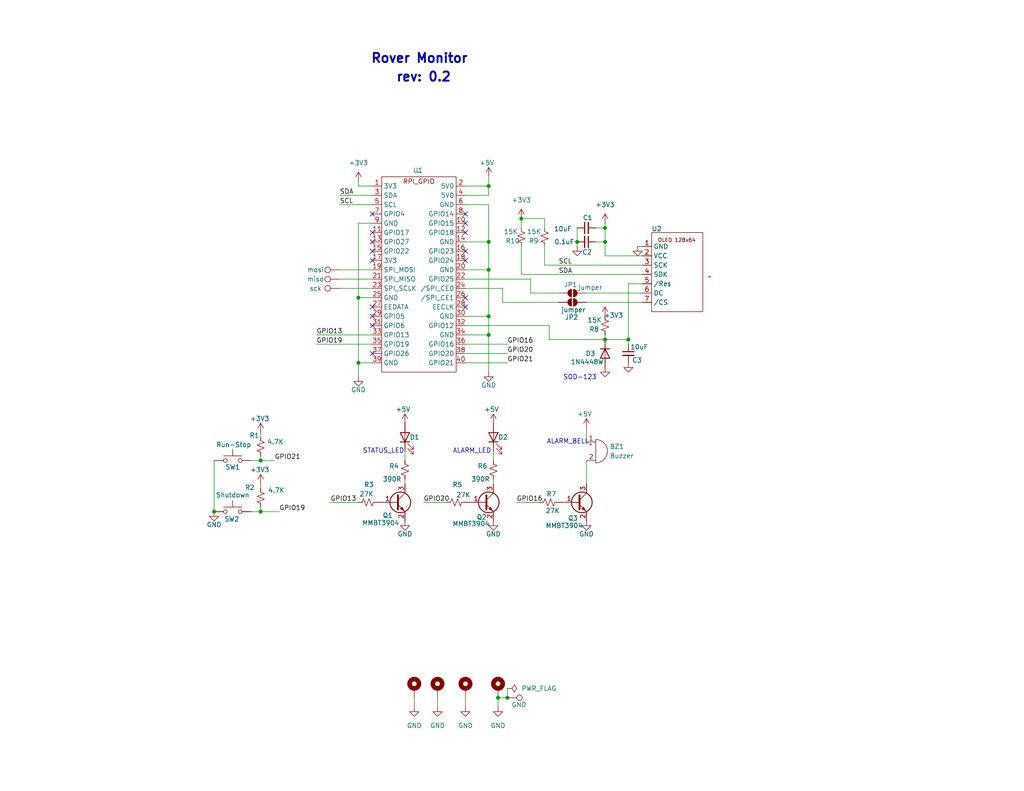
<source format=kicad_sch>
(kicad_sch (version 20231120) (generator "eeschema") (generator_version "8.0")
  (paper "USLetter")
  (title_block (title "Rover Monitor") (date "2025-11-17") (rev "V0.2"))
  (lib_symbols
    (symbol "Connector:TestPoint" (pin_numbers hide) (pin_names (offset 0.762) hide)
      (property "Reference" "TP" (at 0 6.858 0))
      (property "Value" "TestPoint" (at 0 5.08 0))
      (symbol "TestPoint_0_1"
        (circle (center 0 3.302) (radius 0.762))
      )
      (symbol "TestPoint_1_1"
        (pin passive line (at 0 0 90) (length 2.54) (name "1") (number "1"))
      )
    )
    (symbol "Device:Buzzer" (pin_names (offset 0.0254) hide)
      (property "Reference" "BZ" (at 3.81 1.27 0))
      (property "Value" "Buzzer" (at 3.81 -1.27 0))
      (symbol "Buzzer_0_1"
        (arc (start 0 -3.175) (mid 3.1612 0) (end 0 3.175))
        (polyline (pts (xy -1.651 1.905) (xy -1.143 1.905)))
        (polyline (pts (xy -1.397 2.159) (xy -1.397 1.651)))
        (polyline (pts (xy 0 3.175) (xy 0 -3.175)))
      )
      (symbol "Buzzer_1_1"
        (pin passive line (at -2.54 2.54 0) (length 2.54) (name "+") (number "1"))
        (pin passive line (at -2.54 -2.54 0) (length 2.54) (name "-") (number "2"))
      )
    )
    (symbol "Device:C_Small" (pin_numbers hide) (pin_names (offset 0.254) hide)
      (property "Reference" "C" (at 0.254 1.778 0))
      (property "Value" "C_Small" (at 0.254 -2.032 0))
      (symbol "C_Small_0_1"
        (polyline (pts (xy -1.524 -0.508) (xy 1.524 -0.508)) (stroke (width 0.3302)))
        (polyline (pts (xy -1.524 0.508) (xy 1.524 0.508)) (stroke (width 0.3048)))
      )
      (symbol "C_Small_1_1"
        (pin passive line (at 0 2.54 270) (length 2.032) (name "~") (number "1"))
        (pin passive line (at 0 -2.54 90) (length 2.032) (name "~") (number "2"))
      )
    )
    (symbol "Device:LED" (pin_numbers hide) (pin_names (offset 1.016) hide)
      (property "Reference" "D" (at 0 2.54 0))
      (property "Value" "LED" (at 0 -2.54 0))
      (symbol "LED_0_1"
        (polyline (pts (xy -1.27 -1.27) (xy -1.27 1.27)) (stroke (width 0.254)))
        (polyline (pts (xy -1.27 0) (xy 1.27 0)))
        (polyline (pts (xy 1.27 -1.27) (xy 1.27 1.27) (xy -1.27 0) (xy 1.27 -1.27)) (stroke (width 0.254)))
        (polyline (pts (xy -3.048 -0.762) (xy -4.572 -2.286) (xy -3.81 -2.286) (xy -4.572 -2.286) (xy -4.572 -1.524)))
        (polyline (pts (xy -1.778 -0.762) (xy -3.302 -2.286) (xy -2.54 -2.286) (xy -3.302 -2.286) (xy -3.302 -1.524)))
      )
      (symbol "LED_1_1"
        (pin passive line (at -3.81 0 0) (length 2.54) (name "K") (number "1"))
        (pin passive line (at 3.81 0 180) (length 2.54) (name "A") (number "2"))
      )
    )
    (symbol "Device:R_Small_US" (pin_numbers hide) (pin_names (offset 0.254) hide)
      (property "Reference" "R" (at 0.762 0.508 0))
      (property "Value" "R_Small_US" (at 0.762 -1.016 0))
      (symbol "R_Small_US_1_1"
        (polyline (pts (xy 0 0) (xy 1.016 -0.381) (xy 0 -0.762) (xy -1.016 -1.143) (xy 0 -1.524)))
        (polyline (pts (xy 0 1.524) (xy 1.016 1.143) (xy 0 0.762) (xy -1.016 0.381) (xy 0 0)))
        (pin passive line (at 0 2.54 270) (length 1.016) (name "~") (number "1"))
        (pin passive line (at 0 -2.54 90) (length 1.016) (name "~") (number "2"))
      )
    )
    (symbol "Diode:1N4448" (pin_numbers hide) (pin_names hide)
      (property "Reference" "D" (at 0 2.54 0))
      (property "Value" "1N4448" (at 0 -2.54 0))
      (symbol "1N4448_0_1"
        (polyline (pts (xy -1.27 1.27) (xy -1.27 -1.27)) (stroke (width 0.254)))
        (polyline (pts (xy 1.27 0) (xy -1.27 0)))
        (polyline (pts (xy 1.27 1.27) (xy 1.27 -1.27) (xy -1.27 0) (xy 1.27 1.27)) (stroke (width 0.254)))
      )
      (symbol "1N4448_1_1"
        (pin passive line (at -3.81 0 0) (length 2.54) (name "K") (number "1"))
        (pin passive line (at 3.81 0 180) (length 2.54) (name "A") (number "2"))
      )
    )
    (symbol "GND_1" (power) (pin_numbers hide) (pin_names (offset 0) hide)
      (property "Value" "GND" (at 0 -3.81 0))
      (symbol "GND_1_0_1"
        (polyline (pts (xy 0 0) (xy 0 -1.27) (xy 1.27 -1.27) (xy 0 -2.54) (xy -1.27 -1.27) (xy 0 -1.27)))
      )
      (symbol "GND_1_1_1"
        (pin power_in line (at 0 0 270) (length 0) (name "~") (number "1"))
      )
    )
    (symbol "Jumper:SolderJumper_2_Open" (pin_numbers hide) (pin_names (offset 0) hide) (exclude_from_sim yes) (in_bom no)
      (property "Reference" "JP" (at 0 2.032 0))
      (property "Value" "SolderJumper_2_Open" (at 0 -2.54 0))
      (symbol "SolderJumper_2_Open_0_1"
        (arc (start -0.254 1.016) (mid -1.2656 0) (end -0.254 -1.016))
        (arc (start -0.254 1.016) (mid -1.2656 0) (end -0.254 -1.016) (fill (type outline)))
        (polyline (pts (xy -0.254 1.016) (xy -0.254 -1.016)))
        (polyline (pts (xy 0.254 1.016) (xy 0.254 -1.016)))
        (arc (start 0.254 -1.016) (mid 1.2656 0) (end 0.254 1.016))
        (arc (start 0.254 -1.016) (mid 1.2656 0) (end 0.254 1.016) (fill (type outline)))
      )
      (symbol "SolderJumper_2_Open_1_1"
        (pin passive line (at -3.81 0 0) (length 2.54) (name "A") (number "1"))
        (pin passive line (at 3.81 0 180) (length 2.54) (name "B") (number "2"))
      )
    )
    (symbol "Mechanical:MountingHole_Pad" (pin_numbers hide) (pin_names (offset 1.016) hide)
      (property "Reference" "H" (at 0 6.35 0))
      (property "Value" "MountingHole_Pad" (at 0 4.445 0))
      (symbol "MountingHole_Pad_0_1"
        (circle (center 0 1.27) (radius 1.27) (stroke (width 1.27)))
      )
      (symbol "MountingHole_Pad_1_1"
        (pin input line (at 0 -2.54 90) (length 2.54) (name "1") (number "1"))
      )
    )
    (symbol "PWR_FLAG_1" (power) (pin_numbers hide) (pin_names (offset 0) hide)
      (property "Value" "PWR_FLAG" (at 0 3.81 0))
      (symbol "PWR_FLAG_1_0_0"
        (pin power_out line (at 0 0 90) (length 0) (name "~") (number "1"))
      )
      (symbol "PWR_FLAG_1_0_1"
        (polyline (pts (xy 0 0) (xy 0 1.27) (xy -1.016 1.905) (xy 0 2.54) (xy 1.016 1.905) (xy 0 1.27)))
      )
    )
    (symbol "Switch:SW_Push" (pin_numbers hide) (pin_names (offset 1.016) hide)
      (property "Reference" "SW" (at 1.27 2.54 0))
      (property "Value" "SW_Push" (at 0 -1.524 0))
      (symbol "SW_Push_0_1"
        (circle (center -2.032 0) (radius 0.508))
        (polyline (pts (xy 0 1.27) (xy 0 3.048)))
        (polyline (pts (xy 2.54 1.27) (xy -2.54 1.27)))
        (circle (center 2.032 0) (radius 0.508))
        (pin passive line (at -5.08 0 0) (length 2.54) (name "1") (number "1"))
        (pin passive line (at 5.08 0 180) (length 2.54) (name "2") (number "2"))
      )
    )
    (symbol "Transistor_BJT:MMBT3904" (pin_names (offset 0) hide)
      (property "Reference" "Q" (at 5.08 1.905 0))
      (property "Value" "MMBT3904" (at 5.08 0 0))
      (symbol "MMBT3904_0_1"
        (polyline (pts (xy 0.635 0.635) (xy 2.54 2.54)))
        (polyline (pts (xy 0.635 -0.635) (xy 2.54 -2.54) (xy 2.54 -2.54)))
        (polyline (pts (xy 0.635 1.905) (xy 0.635 -1.905) (xy 0.635 -1.905)) (stroke (width 0.508)))
        (polyline (pts (xy 1.27 -1.778) (xy 1.778 -1.27) (xy 2.286 -2.286) (xy 1.27 -1.778) (xy 1.27 -1.778)) (fill (type outline)))
        (circle (center 1.27 0) (radius 2.8194) (stroke (width 0.254)))
      )
      (symbol "MMBT3904_1_1"
        (pin input line (at -5.08 0 0) (length 5.715) (name "B") (number "1"))
        (pin passive line (at 2.54 -5.08 90) (length 2.54) (name "E") (number "2"))
        (pin passive line (at 2.54 5.08 270) (length 2.54) (name "C") (number "3"))
      )
    )
    (symbol "jerrys_Library:oled_128x64"
      (property "Reference" "U" (at 1.016 2.286 0))
      (symbol "oled_128x64_1_1"
        (rectangle (start 0 1.27) (end 13.97 -20.32))
        (text "OLED 128x64" (at 6.858 -0.762 0) (effects (font (size 1.016 1.016))))
        (pin input line (at -2.54 -2.54 0) (length 2.54) (name "GND") (number "1"))
        (pin input line (at -2.54 -5.08 0) (length 2.54) (name "VCC") (number "2"))
        (pin input line (at -2.54 -7.62 0) (length 2.54) (name "SCK") (number "3"))
        (pin input line (at -2.54 -10.16 0) (length 2.54) (name "SDK") (number "4"))
        (pin input line (at -2.54 -12.7 0) (length 2.54) (name "/Res") (number "5"))
        (pin input line (at -2.54 -15.24 0) (length 2.54) (name "DC") (number "6"))
        (pin input line (at -2.54 -17.78 0) (length 2.54) (name "/CS") (number "7"))
      )
    )
    (symbol "jerrys_Library:rpi_gpio2"
      (property "Reference" "U" (at -7.874 27.686 0))
      (symbol "rpi_gpio2_1_1"
        (text "RPI_GPIO" (at 0 25.4 0) (effects (font (size 1.27 1.27))))
        (text_box "" (at -10.16 26.67 0) (size 20.32 -53.34) (fill (type color)) (effects (font (size 1.27 1.27)) (justify left top)))
        (pin output line (at -12.7 24.13 0) (length 2.54) (name "3V3") (number "1"))
        (pin input line (at 12.7 13.97 180) (length 2.54) (name "GPIO15") (number "10"))
        (pin input line (at -12.7 11.43 0) (length 2.54) (name "GPIO17") (number "11"))
        (pin input line (at 12.7 11.43 180) (length 2.54) (name "GPIO18") (number "12"))
        (pin input line (at -12.7 8.89 0) (length 2.54) (name "GPIO27") (number "13"))
        (pin input line (at 12.7 8.89 180) (length 2.54) (name "GND") (number "14"))
        (pin input line (at -12.7 6.35 0) (length 2.54) (name "GPIO22") (number "15"))
        (pin input line (at 12.7 6.35 180) (length 2.54) (name "GPIO23") (number "16"))
        (pin input line (at -12.7 3.81 0) (length 2.54) (name "3V3") (number "17"))
        (pin input line (at 12.7 3.81 180) (length 2.54) (name "GPIO24") (number "18"))
        (pin input line (at -12.7 1.27 0) (length 2.54) (name "SPI_MOSI") (number "19"))
        (pin input line (at 12.7 24.13 180) (length 2.54) (name "5V0") (number "2"))
        (pin input line (at 12.7 1.27 180) (length 2.54) (name "GND") (number "20"))
        (pin input line (at -12.7 -1.27 0) (length 2.54) (name "SPI_MISO") (number "21"))
        (pin input line (at 12.7 -1.27 180) (length 2.54) (name "GPIO25") (number "22"))
        (pin input line (at -12.7 -3.81 0) (length 2.54) (name "SPI_SCLK") (number "23"))
        (pin input line (at 12.7 -3.81 180) (length 2.54) (name "/SPI_CE0") (number "24"))
        (pin input line (at -12.7 -6.35 0) (length 2.54) (name "GND") (number "25"))
        (pin input line (at 12.7 -6.35 180) (length 2.54) (name "/SPI_CE1") (number "26"))
        (pin input line (at -12.7 -8.89 0) (length 2.54) (name "EEDATA") (number "27"))
        (pin input line (at 12.7 -8.89 180) (length 2.54) (name "EECLK") (number "28"))
        (pin input line (at -12.7 -11.43 0) (length 2.54) (name "GPIO5") (number "29"))
        (pin input line (at -12.7 21.59 0) (length 2.54) (name "SDA") (number "3"))
        (pin input line (at 12.7 -11.43 180) (length 2.54) (name "GND") (number "30"))
        (pin input line (at -12.7 -13.97 0) (length 2.54) (name "GPIO6") (number "31"))
        (pin input line (at 12.7 -13.97 180) (length 2.54) (name "GPIO12") (number "32"))
        (pin input line (at -12.7 -16.51 0) (length 2.54) (name "GPIO13") (number "33"))
        (pin input line (at 12.7 -16.51 180) (length 2.54) (name "GND") (number "34"))
        (pin input line (at -12.7 -19.05 0) (length 2.54) (name "GPIO19") (number "35"))
        (pin input line (at 12.7 -19.05 180) (length 2.54) (name "GPIO16") (number "36"))
        (pin input line (at -12.7 -21.59 0) (length 2.54) (name "GPIO26") (number "37"))
        (pin input line (at 12.7 -21.59 180) (length 2.54) (name "GPIO20") (number "38"))
        (pin input line (at -12.7 -24.13 0) (length 2.54) (name "GND") (number "39"))
        (pin input line (at 12.7 21.59 180) (length 2.54) (name "5V0") (number "4"))
        (pin input line (at 12.7 -24.13 180) (length 2.54) (name "GPIO21") (number "40"))
        (pin input line (at -12.7 19.05 0) (length 2.54) (name "SCL") (number "5"))
        (pin input line (at 12.7 19.05 180) (length 2.54) (name "GND") (number "6"))
        (pin input line (at -12.7 16.51 0) (length 2.54) (name "GPIO4") (number "7"))
        (pin input line (at 12.7 16.51 180) (length 2.54) (name "GPIO14") (number "8"))
        (pin input line (at -12.7 13.97 0) (length 2.54) (name "GND") (number "9"))
      )
    )
    (symbol "power:+3V3" (power) (pin_numbers hide) (pin_names (offset 0) hide)
      (property "Value" "+3V3" (at 0 3.556 0))
      (symbol "+3V3_0_1"
        (polyline (pts (xy -0.762 1.27) (xy 0 2.54)))
        (polyline (pts (xy 0 0) (xy 0 2.54)))
        (polyline (pts (xy 0 2.54) (xy 0.762 1.27)))
      )
      (symbol "+3V3_1_1"
        (pin power_in line (at 0 0 90) (length 0) (name "~") (number "1"))
      )
    )
    (symbol "power:+5V" (power) (pin_numbers hide) (pin_names (offset 0) hide)
      (property "Value" "+5V" (at 0 3.556 0))
      (symbol "+5V_0_1"
        (polyline (pts (xy -0.762 1.27) (xy 0 2.54)))
        (polyline (pts (xy 0 0) (xy 0 2.54)))
        (polyline (pts (xy 0 2.54) (xy 0.762 1.27)))
      )
      (symbol "+5V_1_1"
        (pin power_in line (at 0 0 90) (length 0) (name "~") (number "1"))
      )
    )
  )
  (junction (at 71.12 125.73))
  (junction (at 142.24 59.69))
  (junction (at 165.1 66.04))
  (junction (at 133.35 50.8))
  (junction (at 133.35 66.04))
  (junction (at 138.43 190.5))
  (junction (at 165.1 62.23))
  (junction (at 157.48 66.04))
  (junction (at 135.89 190.5))
  (junction (at 71.12 139.7))
  (junction (at 133.35 73.66))
  (junction (at 58.42 139.7))
  (junction (at 97.79 81.28))
  (junction (at 97.79 99.06))
  (junction (at 171.45 92.71))
  (junction (at 133.35 86.36))
  (junction (at 165.1 92.71))
  (junction (at 133.35 91.44))
  (no_connect (at 127 60.96))
  (no_connect (at 127 83.82))
  (no_connect (at 101.6 71.12))
  (no_connect (at 127 81.28))
  (no_connect (at 101.6 86.36))
  (no_connect (at 101.6 96.52))
  (no_connect (at 127 71.12))
  (no_connect (at 101.6 83.82))
  (no_connect (at 101.6 58.42))
  (no_connect (at 101.6 88.9))
  (no_connect (at 101.6 63.5))
  (no_connect (at 127 63.5))
  (no_connect (at 101.6 66.04))
  (no_connect (at 101.6 68.58))
  (no_connect (at 127 68.58))
  (no_connect (at 127 58.42))
  (wire (pts (xy 133.35 86.36) (xy 133.35 91.44)))
  (wire (pts (xy 137.16 82.55) (xy 152.4 82.55)))
  (wire (pts (xy 144.78 76.2) (xy 144.78 80.01)))
  (wire (pts (xy 71.12 119.38) (xy 71.12 118.11)))
  (wire (pts (xy 160.02 82.55) (xy 175.26 82.55)))
  (wire (pts (xy 148.59 62.23) (xy 148.59 59.69)))
  (wire (pts (xy 119.38 190.5) (xy 119.38 193.04)))
  (wire (pts (xy 113.03 190.5) (xy 113.03 193.04)))
  (wire (pts (xy 138.43 187.96) (xy 138.43 190.5)))
  (wire (pts (xy 127 91.44) (xy 133.35 91.44)))
  (wire (pts (xy 127 86.36) (xy 133.35 86.36)))
  (wire (pts (xy 68.58 139.7) (xy 71.12 139.7)))
  (wire (pts (xy 101.6 60.96) (xy 97.79 60.96)))
  (wire (pts (xy 115.57 137.16) (xy 121.92 137.16)))
  (wire (pts (xy 92.71 53.34) (xy 101.6 53.34)))
  (wire (pts (xy 127 53.34) (xy 133.35 53.34)))
  (wire (pts (xy 127 96.52) (xy 138.43 96.52)))
  (wire (pts (xy 134.62 130.81) (xy 134.62 132.08)))
  (wire (pts (xy 142.24 74.93) (xy 175.26 74.93)))
  (wire (pts (xy 110.49 123.19) (xy 110.49 125.73)))
  (wire (pts (xy 175.26 67.31) (xy 173.99 67.31)))
  (wire (pts (xy 160.02 80.01) (xy 175.26 80.01)))
  (wire (pts (xy 127 99.06) (xy 138.43 99.06)))
  (wire (pts (xy 140.97 137.16) (xy 147.32 137.16)))
  (wire (pts (xy 157.48 66.04) (xy 157.48 67.31)))
  (wire (pts (xy 165.1 60.96) (xy 165.1 62.23)))
  (wire (pts (xy 133.35 73.66) (xy 133.35 86.36)))
  (wire (pts (xy 135.89 190.5) (xy 135.89 193.04)))
  (wire (pts (xy 127 76.2) (xy 144.78 76.2)))
  (wire (pts (xy 92.71 55.88) (xy 101.6 55.88)))
  (wire (pts (xy 157.48 62.23) (xy 157.48 66.04)))
  (wire (pts (xy 133.35 55.88) (xy 133.35 66.04)))
  (wire (pts (xy 134.62 123.19) (xy 134.62 125.73)))
  (wire (pts (xy 149.86 92.71) (xy 165.1 92.71)))
  (wire (pts (xy 162.56 66.04) (xy 165.1 66.04)))
  (wire (pts (xy 97.79 81.28) (xy 97.79 99.06)))
  (wire (pts (xy 142.24 74.93) (xy 142.24 67.31)))
  (wire (pts (xy 110.49 130.81) (xy 110.49 132.08)))
  (wire (pts (xy 68.58 125.73) (xy 71.12 125.73)))
  (wire (pts (xy 127 78.74) (xy 137.16 78.74)))
  (wire (pts (xy 127 73.66) (xy 133.35 73.66)))
  (wire (pts (xy 162.56 62.23) (xy 165.1 62.23)))
  (wire (pts (xy 148.59 72.39) (xy 175.26 72.39)))
  (wire (pts (xy 149.86 88.9) (xy 149.86 92.71)))
  (wire (pts (xy 175.26 69.85) (xy 165.1 69.85)))
  (wire (pts (xy 92.71 73.66) (xy 101.6 73.66)))
  (wire (pts (xy 165.1 92.71) (xy 171.45 92.71)))
  (wire (pts (xy 142.24 59.69) (xy 142.24 62.23)))
  (wire (pts (xy 127 88.9) (xy 149.86 88.9)))
  (wire (pts (xy 171.45 92.71) (xy 171.45 93.98)))
  (wire (pts (xy 97.79 50.8) (xy 97.79 49.53)))
  (wire (pts (xy 90.17 137.16) (xy 97.79 137.16)))
  (wire (pts (xy 165.1 62.23) (xy 165.1 66.04)))
  (wire (pts (xy 127 55.88) (xy 133.35 55.88)))
  (wire (pts (xy 71.12 133.35) (xy 71.12 132.08)))
  (wire (pts (xy 92.71 76.2) (xy 101.6 76.2)))
  (wire (pts (xy 165.1 92.71) (xy 165.1 91.44)))
  (wire (pts (xy 97.79 60.96) (xy 97.79 81.28)))
  (wire (pts (xy 58.42 125.73) (xy 58.42 139.7)))
  (wire (pts (xy 133.35 91.44) (xy 133.35 101.6)))
  (wire (pts (xy 171.45 77.47) (xy 175.26 77.47)))
  (wire (pts (xy 171.45 77.47) (xy 171.45 92.71)))
  (wire (pts (xy 86.36 93.98) (xy 101.6 93.98)))
  (wire (pts (xy 71.12 125.73) (xy 71.12 124.46)))
  (wire (pts (xy 92.71 78.74) (xy 101.6 78.74)))
  (wire (pts (xy 137.16 78.74) (xy 137.16 82.55)))
  (wire (pts (xy 71.12 125.73) (xy 74.93 125.73)))
  (wire (pts (xy 97.79 81.28) (xy 101.6 81.28)))
  (wire (pts (xy 97.79 99.06) (xy 97.79 102.87)))
  (wire (pts (xy 160.02 125.73) (xy 160.02 132.08)))
  (wire (pts (xy 133.35 66.04) (xy 133.35 73.66)))
  (wire (pts (xy 160.02 116.84) (xy 160.02 120.65)))
  (wire (pts (xy 101.6 50.8) (xy 97.79 50.8)))
  (wire (pts (xy 144.78 80.01) (xy 152.4 80.01)))
  (wire (pts (xy 127 190.5) (xy 127 193.04)))
  (wire (pts (xy 97.79 99.06) (xy 101.6 99.06)))
  (wire (pts (xy 127 93.98) (xy 138.43 93.98)))
  (wire (pts (xy 148.59 72.39) (xy 148.59 67.31)))
  (wire (pts (xy 86.36 91.44) (xy 101.6 91.44)))
  (wire (pts (xy 127 50.8) (xy 133.35 50.8)))
  (wire (pts (xy 148.59 59.69) (xy 142.24 59.69)))
  (wire (pts (xy 71.12 139.7) (xy 71.12 138.43)))
  (wire (pts (xy 133.35 53.34) (xy 133.35 50.8)))
  (wire (pts (xy 165.1 66.04) (xy 165.1 69.85)))
  (wire (pts (xy 71.12 139.7) (xy 76.2 139.7)))
  (wire (pts (xy 127 66.04) (xy 133.35 66.04)))
  (wire (pts (xy 133.35 50.8) (xy 133.35 48.26)))
  (wire (pts (xy 135.89 190.5) (xy 138.43 190.5)))
  (text "STATUS_LED" (at 104.648 123.19 0) (effects (font (size 1.27 1.27))))
  (text "ALARM_BELL" (at 154.94 120.65 0) (effects (font (size 1.27 1.27))))
  (text "rev: 0.2" (at 107.95 22.606 0) (effects (font (size 2.5 2.5) (thickness 0.5) (bold yes)) (justify left bottom)))
  (text "SOD-123" (at 158.242 103.124 0) (effects (font (size 1.27 1.27))))
  (text "Rover Monitor" (at 101.092 17.526 0) (effects (font (size 2.5 2.5) (thickness 0.5) (bold yes)) (justify left bottom)))
  (text "ALARM_LED" (at 128.778 123.19 0) (effects (font (size 1.27 1.27))))
  (label "GPIO20" (at 115.57 137.16 0))
  (label "GPIO21" (at 74.93 125.73 0))
  (label "SCL" (at 152.4 72.39 0))
  (label "GPIO13" (at 90.17 137.16 0))
  (label "GPIO13" (at 86.36 91.44 0))
  (label "SCL" (at 92.71 55.88 0))
  (label "GPIO16" (at 140.97 137.16 0))
  (label "SDA" (at 92.71 53.34 0))
  (label "GPIO19" (at 76.2 139.7 0))
  (label "SDA" (at 152.4 74.93 0))
  (label "GPIO16" (at 138.43 93.98 0))
  (label "GPIO21" (at 138.43 99.06 0))
  (label "GPIO19" (at 86.36 93.98 0))
  (label "GPIO20" (at 138.43 96.52 0))
  (symbol (lib_id "Transistor_BJT:MMBT3904") (at 157.48 137.16 0) (unit 1)
    (property "Reference" "Q3" (at 154.94 141.478 0) (effects (justify left)))
    (property "Value" "MMBT3904" (at 148.844 143.51 0) (effects (justify left)))
    (property "Footprint" "Package_TO_SOT_SMD:SOT-23" (effects (hide yes)))
    (property "Datasheet" "https://www.onsemi.com/pdf/datasheet/pzt3904-d.pdf" (effects (hide yes)))
    (property "Description" "0.2A Ic, 40V Vce, Small Signal NPN Transistor, SOT-23" (effects (hide yes)))
  )
  (symbol (lib_name "GND_1") (lib_id "power:GND") (at 119.38 193.04 0) (unit 1)
    (property "Reference" "#PWR22" (effects (hide yes)))
    (property "Value" "GND" (at 119.38 198.12 0))
    (property "Description" "Power symbol creates a global label with name \"GND\" , ground" (effects (hide yes)))
  )
  (symbol (lib_id "Device:C_Small") (at 160.02 62.23 90) (mirror x) (unit 1)
    (property "Reference" "C1" (at 159.004 59.436 90) (effects (justify right)))
    (property "Value" "10uF" (at 151.13 62.484 90) (effects (justify right)))
    (property "Footprint" "Capacitor_SMD:C_0805_2012Metric_Pad1.18x1.45mm_HandSolder" (effects (hide yes)))
    (property "Description" "CAP CER, 0.1uF, 25V, X7R, 0805" (effects (hide yes)))
    (property "Vendor" "Digikey" (effects (hide yes)))
    (property "Vendor Part#" "1276-1099-1-ND " (effects (hide yes)))
  )
  (symbol (lib_name "GND_1") (lib_id "power:GND") (at 157.48 67.31 0) (mirror y) (unit 1)
    (property "Reference" "#PWR14" (effects (hide yes)))
    (property "Value" "GND" (effects (hide yes)))
    (property "Description" "Power symbol creates a global label with name \"GND\" , ground" (effects (hide yes)))
  )
  (symbol (lib_name "GND_1") (lib_id "power:GND") (at 135.89 193.04 0) (unit 1)
    (property "Reference" "#PWR13" (effects (hide yes)))
    (property "Value" "GND" (at 135.89 198.12 0))
    (property "Description" "Power symbol creates a global label with name \"GND\" , ground" (effects (hide yes)))
  )
  (symbol (lib_id "Device:R_Small_US") (at 71.12 135.89 0) (unit 1)
    (property "Reference" "R2" (at 66.802 133.096 0) (effects (justify left)))
    (property "Value" "4.7K" (at 73.152 133.858 0) (effects (justify left)))
    (property "Footprint" "Resistor_SMD:R_0805_2012Metric_Pad1.20x1.40mm_HandSolder" (effects (hide yes)))
    (property "Description" "RES 100 OHM 1% 1/8W 0805" (effects (hide yes)))
    (property "Vendor" "Digikey" (effects (hide yes)))
    (property "Vendor Part#" "RMCF0805FT100RCT-ND " (effects (hide yes)))
  )
  (symbol (lib_id "Connector:TestPoint") (at 92.71 76.2 90) (unit 1) (in_bom no)
    (property "Reference" "Input2" (effects (hide yes)))
    (property "Value" "miso" (at 86.106 76.2 90))
    (property "Footprint" "TestPoint:TestPoint_THTPad_D2.0mm_Drill1.0mm" (effects (hide yes)))
  )
  (symbol (lib_id "Device:LED") (at 110.49 119.38 90) (unit 1)
    (property "Reference" "D1" (at 111.76 119.38 90) (effects (justify right)))
    (property "Value" "Run-Stop" (effects (hide yes)))
    (property "Footprint" "LED_SMD:LED_1206_3216Metric_Pad1.42x1.75mm_HandSolder" (effects (hide yes)))
    (property "Datasheet" "https://sunledusa.com/products/spec/XZM2CRK55W-3.pdf" (effects (hide yes)))
    (property "Description" "LED RED CLEAR SMD  1206" (effects (hide yes)))
    (property "Vendor" "Digikey" (effects (hide yes)))
    (property "Vendor Part#" "732-11422-1-ND " (effects (hide yes)))
  )
  (symbol (lib_id "Mechanical:MountingHole_Pad") (at 113.03 187.96 0) (unit 1) (in_bom no)
    (property "Reference" "H4" (effects (hide yes)))
    (property "Value" "MountingHole_Pad" (effects (hide yes)))
    (property "Footprint" "MountingHole:MountingHole_3.2mm_M3_ISO7380_Pad_TopBottom" (effects (hide yes)))
  )
  (symbol (lib_id "Connector:TestPoint") (at 92.71 73.66 90) (unit 1) (in_bom no)
    (property "Reference" "Input1" (effects (hide yes)))
    (property "Value" "mosi" (at 86.106 73.66 90))
    (property "Footprint" "TestPoint:TestPoint_THTPad_D2.0mm_Drill1.0mm" (effects (hide yes)))
  )
  (symbol (lib_id "Mechanical:MountingHole_Pad") (at 119.38 187.96 0) (unit 1) (in_bom no)
    (property "Reference" "H3" (effects (hide yes)))
    (property "Value" "MountingHole_Pad" (effects (hide yes)))
    (property "Footprint" "MountingHole:MountingHole_3.2mm_M3_ISO7380_Pad_TopBottom" (effects (hide yes)))
  )
  (symbol (lib_id "Device:R_Small_US") (at 149.86 137.16 270) (unit 1)
    (property "Reference" "R7" (at 149.098 134.874 90) (effects (justify left)))
    (property "Value" "27K" (at 148.844 139.446 90) (effects (justify left)))
    (property "Footprint" "Resistor_SMD:R_0805_2012Metric_Pad1.20x1.40mm_HandSolder" (effects (hide yes)))
    (property "Description" "RES 100 OHM 1% 1/8W 0805" (effects (hide yes)))
    (property "Vendor" "Digikey" (effects (hide yes)))
    (property "Vendor Part#" "RMCF0805FT100RCT-ND " (effects (hide yes)))
  )
  (symbol (lib_name "GND_1") (lib_id "power:GND") (at 133.35 101.6 0) (unit 1)
    (property "Reference" "#PWR10" (effects (hide yes)))
    (property "Value" "GND" (at 133.35 105.156 0))
    (property "Description" "Power symbol creates a global label with name \"GND\" , ground" (effects (hide yes)))
  )
  (symbol (lib_name "GND_1") (lib_id "power:GND") (at 165.1 100.33 0) (mirror y) (unit 1)
    (property "Reference" "#PWR20" (effects (hide yes)))
    (property "Value" "GND" (effects (hide yes)))
    (property "Description" "Power symbol creates a global label with name \"GND\" , ground" (effects (hide yes)))
  )
  (symbol (lib_id "power:+3V3") (at 165.1 60.96 0) (mirror y) (unit 1)
    (property "Reference" "#PWR17" (effects (hide yes)))
    (property "Value" "+3V3" (at 165.1 55.88 0))
    (property "Description" "Power symbol creates a global label with name \"+3V3\"" (effects (hide yes)))
  )
  (symbol (lib_id "power:+3V3") (at 71.12 118.11 0) (unit 1)
    (property "Reference" "#PWR2" (effects (hide yes)))
    (property "Value" "+3V3" (at 70.866 114.3 0))
    (property "Description" "Power symbol creates a global label with name \"+3V3\"" (effects (hide yes)))
  )
  (symbol (lib_id "power:+5V") (at 160.02 116.84 0) (unit 1)
    (property "Reference" "#PWR15" (effects (hide yes)))
    (property "Value" "+5V" (at 159.512 113.03 0))
    (property "Description" "Power symbol creates a global label with name \"+5V\"" (effects (hide yes)))
  )
  (symbol (lib_id "Device:R_Small_US") (at 100.33 137.16 270) (unit 1)
    (property "Reference" "R3" (at 99.314 132.334 90) (effects (justify left)))
    (property "Value" "27K" (at 98.044 134.874 90) (effects (justify left)))
    (property "Footprint" "Resistor_SMD:R_0805_2012Metric_Pad1.20x1.40mm_HandSolder" (effects (hide yes)))
    (property "Description" "RES 100 OHM 1% 1/8W 0805" (effects (hide yes)))
    (property "Vendor" "Digikey" (effects (hide yes)))
    (property "Vendor Part#" "RMCF0805FT100RCT-ND " (effects (hide yes)))
  )
  (symbol (lib_name "GND_1") (lib_id "power:GND") (at 113.03 193.04 0) (unit 1)
    (property "Reference" "#PWR23" (effects (hide yes)))
    (property "Value" "GND" (at 113.03 198.12 0))
    (property "Description" "Power symbol creates a global label with name \"GND\" , ground" (effects (hide yes)))
  )
  (symbol (lib_id "Mechanical:MountingHole_Pad") (at 135.89 187.96 0) (unit 1) (in_bom no)
    (property "Reference" "H2" (effects (hide yes)))
    (property "Value" "MountingHole_Pad" (effects (hide yes)))
    (property "Footprint" "MountingHole:MountingHole_3.2mm_M3_ISO7380_Pad_TopBottom" (effects (hide yes)))
  )
  (symbol (lib_id "jerrys_Library:rpi_gpio2") (at 114.3 74.93 0) (unit 1)
    (property "Reference" "U1" (at 114.046 46.482 0))
    (property "Value" "~" (at 114.3 46.99 0))
    (property "Footprint" "Connector_PinHeader_2.54mm:PinHeader_2x20_P2.54mm_Vertical" (effects (hide yes)))
  )
  (symbol (lib_name "GND_1") (lib_id "power:GND") (at 110.49 142.24 0) (unit 1)
    (property "Reference" "#PWR7" (effects (hide yes)))
    (property "Value" "GND" (at 110.49 145.796 0))
    (property "Description" "Power symbol creates a global label with name \"GND\" , ground" (effects (hide yes)))
  )
  (symbol (lib_id "Device:LED") (at 134.62 119.38 90) (unit 1)
    (property "Reference" "D2" (at 135.89 119.38 90) (effects (justify right)))
    (property "Value" "Alarm" (effects (hide yes)))
    (property "Footprint" "LED_SMD:LED_1206_3216Metric_Pad1.42x1.75mm_HandSolder" (effects (hide yes)))
    (property "Datasheet" "https://sunledusa.com/products/spec/XZM2CRK55W-3.pdf" (effects (hide yes)))
    (property "Description" "LED RED CLEAR SMD  1206" (effects (hide yes)))
    (property "Vendor" "Digikey" (effects (hide yes)))
    (property "Vendor Part#" "732-11422-1-ND " (effects (hide yes)))
  )
  (symbol (lib_id "Switch:SW_Push") (at 63.5 125.73 0) (unit 1)
    (property "Reference" "SW1" (at 63.5 127.508 0))
    (property "Value" "Run-Stop" (at 63.754 121.412 0))
    (property "Footprint" "Button_Switch_THT:SW_TH_Tactile_Omron_B3F-10xx" (effects (hide yes)))
    (property "Description" "Push button switch, generic, two pins" (effects (hide yes)))
  )
  (symbol (lib_id "Jumper:SolderJumper_2_Open") (at 156.21 80.01 0) (unit 1) (exclude_from_sim yes) (in_bom no)
    (property "Reference" "JP1" (at 155.702 77.724 0))
    (property "Value" "jumper" (at 161.036 78.486 0))
    (property "Description" "Solder Jumper, 2-pole, open" (effects (hide yes)))
  )
  (symbol (lib_id "Device:R_Small_US") (at 148.59 64.77 0) (unit 1)
    (property "Reference" "R9" (at 144.272 65.786 0) (effects (justify left)))
    (property "Value" "15K" (at 143.764 63.246 0) (effects (justify left)))
    (property "Footprint" "Resistor_SMD:R_0805_2012Metric_Pad1.20x1.40mm_HandSolder" (effects (hide yes)))
    (property "Description" "RES 100 OHM 1% 1/8W 0805" (effects (hide yes)))
    (property "Vendor" "Digikey" (effects (hide yes)))
    (property "Vendor Part#" "RMCF0805FT100RCT-ND " (effects (hide yes)))
  )
  (symbol (lib_id "power:+5V") (at 134.62 115.57 0) (unit 1)
    (property "Reference" "#PWR11" (effects (hide yes)))
    (property "Value" "+5V" (at 134.112 111.76 0))
    (property "Description" "Power symbol creates a global label with name \"+5V\"" (effects (hide yes)))
  )
  (symbol (lib_id "power:+5V") (at 110.49 115.57 0) (unit 1)
    (property "Reference" "#PWR6" (effects (hide yes)))
    (property "Value" "+5V" (at 109.982 111.76 0))
    (property "Description" "Power symbol creates a global label with name \"+5V\"" (effects (hide yes)))
  )
  (symbol (lib_id "Device:R_Small_US") (at 142.24 64.77 0) (unit 1)
    (property "Reference" "R10" (at 137.922 65.786 0) (effects (justify left)))
    (property "Value" "15K" (at 137.414 63.246 0) (effects (justify left)))
    (property "Footprint" "Resistor_SMD:R_0805_2012Metric_Pad1.20x1.40mm_HandSolder" (effects (hide yes)))
    (property "Description" "RES 100 OHM 1% 1/8W 0805" (effects (hide yes)))
    (property "Vendor" "Digikey" (effects (hide yes)))
    (property "Vendor Part#" "RMCF0805FT100RCT-ND " (effects (hide yes)))
  )
  (symbol (lib_id "Device:Buzzer") (at 162.56 123.19 0) (unit 1)
    (property "Reference" "BZ1" (at 166.37 121.9199 0) (effects (justify left)))
    (property "Value" "Buzzer" (at 166.37 124.4599 0) (effects (justify left)))
    (property "Footprint" "Buzzer_Beeper:Buzzer_12x9.5RM7.6" (effects (hide yes)))
    (property "Description" "Buzzer, polarized" (effects (hide yes)))
  )
  (symbol (lib_id "Device:C_Small") (at 160.02 66.04 270) (mirror x) (unit 1)
    (property "Reference" "C2" (at 161.544 68.834 90) (effects (justify right)))
    (property "Value" "0.1uF" (at 156.718 66.04 90) (effects (justify right)))
    (property "Footprint" "Capacitor_SMD:C_0805_2012Metric_Pad1.18x1.45mm_HandSolder" (effects (hide yes)))
    (property "Description" "CAP CER, 0.1uF, 25V, X7R, 0805" (effects (hide yes)))
    (property "Vendor" "Digikey" (effects (hide yes)))
    (property "Vendor Part#" "1276-1099-1-ND " (effects (hide yes)))
  )
  (symbol (lib_id "power:+3V3") (at 142.24 59.69 0) (mirror y) (unit 1)
    (property "Reference" "#PWR24" (effects (hide yes)))
    (property "Value" "+3V3" (at 142.24 54.61 0))
    (property "Description" "Power symbol creates a global label with name \"+3V3\"" (effects (hide yes)))
  )
  (symbol (lib_name "GND_1") (lib_id "power:GND") (at 127 193.04 0) (unit 1)
    (property "Reference" "#PWR8" (effects (hide yes)))
    (property "Value" "GND" (at 127 198.12 0))
    (property "Description" "Power symbol creates a global label with name \"GND\" , ground" (effects (hide yes)))
  )
  (symbol (lib_id "Connector:TestPoint") (at 92.71 78.74 90) (unit 1) (in_bom no)
    (property "Reference" "Input3" (effects (hide yes)))
    (property "Value" "sck" (at 86.106 78.74 90))
    (property "Footprint" "TestPoint:TestPoint_THTPad_D2.0mm_Drill1.0mm" (effects (hide yes)))
  )
  (symbol (lib_id "Connector:TestPoint") (at 138.43 190.5 270) (mirror x) (unit 1) (in_bom no)
    (property "Reference" "GND1" (effects (hide yes)))
    (property "Value" "GND" (at 141.605 192.405 90))
    (property "Footprint" "TestPoint:TestPoint_THTPad_D2.0mm_Drill1.0mm" (effects (hide yes)))
  )
  (symbol (lib_id "Transistor_BJT:MMBT3904") (at 107.95 137.16 0) (unit 1)
    (property "Reference" "Q1" (at 104.394 140.716 0) (effects (justify left)))
    (property "Value" "MMBT3904" (at 98.806 142.748 0) (effects (justify left)))
    (property "Footprint" "Package_TO_SOT_SMD:SOT-23" (effects (hide yes)))
    (property "Datasheet" "https://www.onsemi.com/pdf/datasheet/pzt3904-d.pdf" (effects (hide yes)))
    (property "Description" "0.2A Ic, 40V Vce, Small Signal NPN Transistor, SOT-23" (effects (hide yes)))
  )
  (symbol (lib_name "GND_1") (lib_id "power:GND") (at 160.02 142.24 0) (unit 1)
    (property "Reference" "#PWR16" (effects (hide yes)))
    (property "Value" "GND" (at 160.02 145.796 0))
    (property "Description" "Power symbol creates a global label with name \"GND\" , ground" (effects (hide yes)))
  )
  (symbol (lib_id "Device:R_Small_US") (at 134.62 128.27 0) (unit 1)
    (property "Reference" "R6" (at 130.302 127.254 0) (effects (justify left)))
    (property "Value" "390R" (at 128.524 130.81 0) (effects (justify left)))
    (property "Footprint" "Resistor_SMD:R_0805_2012Metric_Pad1.20x1.40mm_HandSolder" (effects (hide yes)))
    (property "Description" "RES 100 OHM 1% 1/8W 0805" (effects (hide yes)))
    (property "Vendor" "Digikey" (effects (hide yes)))
    (property "Vendor Part#" "RMCF0805FT100RCT-ND " (effects (hide yes)))
  )
  (symbol (lib_id "Device:R_Small_US") (at 71.12 121.92 0) (unit 1)
    (property "Reference" "R1" (at 68.072 118.872 0) (effects (justify left)))
    (property "Value" "4.7K" (at 72.898 120.65 0) (effects (justify left)))
    (property "Footprint" "Resistor_SMD:R_0805_2012Metric_Pad1.20x1.40mm_HandSolder" (effects (hide yes)))
    (property "Description" "RES 100 OHM 1% 1/8W 0805" (effects (hide yes)))
    (property "Vendor" "Digikey" (effects (hide yes)))
    (property "Vendor Part#" "RMCF0805FT100RCT-ND " (effects (hide yes)))
  )
  (symbol (lib_id "Jumper:SolderJumper_2_Open") (at 156.21 82.55 0) (unit 1) (exclude_from_sim yes) (in_bom no)
    (property "Reference" "JP2" (at 155.956 86.614 0))
    (property "Value" "jumper" (at 156.464 84.582 0))
    (property "Description" "Solder Jumper, 2-pole, open" (effects (hide yes)))
  )
  (symbol (lib_name "GND_1") (lib_id "power:GND") (at 134.62 142.24 0) (unit 1)
    (property "Reference" "#PWR12" (effects (hide yes)))
    (property "Value" "GND" (at 134.62 145.796 0))
    (property "Description" "Power symbol creates a global label with name \"GND\" , ground" (effects (hide yes)))
  )
  (symbol (lib_id "Mechanical:MountingHole_Pad") (at 127 187.96 0) (unit 1) (in_bom no)
    (property "Reference" "H1" (effects (hide yes)))
    (property "Value" "MountingHole_Pad" (effects (hide yes)))
    (property "Footprint" "MountingHole:MountingHole_3.2mm_M3_ISO7380_Pad_TopBottom" (effects (hide yes)))
  )
  (symbol (lib_id "Transistor_BJT:MMBT3904") (at 132.08 137.16 0) (unit 1)
    (property "Reference" "Q2" (at 130.048 141.224 0) (effects (justify left)))
    (property "Value" "MMBT3904" (at 123.444 143.002 0) (effects (justify left)))
    (property "Footprint" "Package_TO_SOT_SMD:SOT-23" (effects (hide yes)))
    (property "Datasheet" "https://www.onsemi.com/pdf/datasheet/pzt3904-d.pdf" (effects (hide yes)))
    (property "Description" "0.2A Ic, 40V Vce, Small Signal NPN Transistor, SOT-23" (effects (hide yes)))
  )
  (symbol (lib_name "GND_1") (lib_id "power:GND") (at 97.79 102.87 0) (unit 1)
    (property "Reference" "#PWR5" (effects (hide yes)))
    (property "Value" "GND" (at 97.79 106.426 0))
    (property "Description" "Power symbol creates a global label with name \"GND\" , ground" (effects (hide yes)))
  )
  (symbol (lib_name "GND_1") (lib_id "power:GND") (at 58.42 139.7 0) (unit 1)
    (property "Reference" "#PWR1" (effects (hide yes)))
    (property "Value" "GND" (at 58.42 143.256 0))
    (property "Description" "Power symbol creates a global label with name \"GND\" , ground" (effects (hide yes)))
  )
  (symbol (lib_id "Device:C_Small") (at 171.45 96.52 0) (mirror y) (unit 1)
    (property "Reference" "C3" (at 172.466 98.298 0) (effects (justify right)))
    (property "Value" "10uF" (at 171.958 94.742 0) (effects (justify right)))
    (property "Footprint" "Capacitor_SMD:C_0805_2012Metric_Pad1.18x1.45mm_HandSolder" (effects (hide yes)))
    (property "Description" "CAP CER, 0.1uF, 25V, X7R, 0805" (effects (hide yes)))
    (property "Vendor" "Digikey" (effects (hide yes)))
    (property "Vendor Part#" "1276-1099-1-ND " (effects (hide yes)))
  )
  (symbol (lib_id "power:+5V") (at 133.35 48.26 0) (unit 1)
    (property "Reference" "#PWR9" (effects (hide yes)))
    (property "Value" "+5V" (at 132.842 44.45 0))
    (property "Description" "Power symbol creates a global label with name \"+5V\"" (effects (hide yes)))
  )
  (symbol (lib_id "Diode:1N4448") (at 165.1 96.52 270) (unit 1)
    (property "Reference" "D3" (at 159.766 96.52 90) (effects (justify left)))
    (property "Value" "1N4448W" (at 155.702 98.806 90) (effects (justify left)))
    (property "Footprint" "Diode_SMD:D_SOD-123" (effects (hide yes)))
    (property "Datasheet" "https://assets.nexperia.com/documents/data-sheet/1N4148_1N4448.pdf" (effects (hide yes)))
    (property "Description" "100V 0.15A High-speed standard diode, DO-35" (effects (hide yes)))
    (property "Sim.Device" "D" (effects (hide yes)))
    (property "Sim.Pins" "1=K 2=A" (effects (hide yes)))
  )
  (symbol (lib_id "power:+3V3") (at 71.12 132.08 0) (unit 1)
    (property "Reference" "#PWR3" (effects (hide yes)))
    (property "Value" "+3V3" (at 70.866 128.27 0))
    (property "Description" "Power symbol creates a global label with name \"+3V3\"" (effects (hide yes)))
  )
  (symbol (lib_id "Device:R_Small_US") (at 165.1 88.9 0) (unit 1)
    (property "Reference" "R8" (at 160.782 89.916 0) (effects (justify left)))
    (property "Value" "15K" (at 160.274 87.376 0) (effects (justify left)))
    (property "Footprint" "Resistor_SMD:R_0805_2012Metric_Pad1.20x1.40mm_HandSolder" (effects (hide yes)))
    (property "Description" "RES 100 OHM 1% 1/8W 0805" (effects (hide yes)))
    (property "Vendor" "Digikey" (effects (hide yes)))
    (property "Vendor Part#" "RMCF0805FT100RCT-ND " (effects (hide yes)))
  )
  (symbol (lib_id "jerrys_Library:oled_128x64") (at 177.8 64.77 0) (unit 1)
    (property "Reference" "U2" (at 177.8 62.484 0) (effects (justify left)))
    (property "Value" "~" (at 193.04 75.565 0) (effects (justify left)))
    (property "Footprint" "jerrys_Library:oled_128x64" (effects (hide yes)))
  )
  (symbol (lib_id "Device:R_Small_US") (at 124.46 137.16 270) (unit 1)
    (property "Reference" "R5" (at 123.444 132.334 90) (effects (justify left)))
    (property "Value" "27K" (at 124.46 135.128 90) (effects (justify left)))
    (property "Footprint" "Resistor_SMD:R_0805_2012Metric_Pad1.20x1.40mm_HandSolder" (effects (hide yes)))
    (property "Description" "RES 100 OHM 1% 1/8W 0805" (effects (hide yes)))
    (property "Vendor" "Digikey" (effects (hide yes)))
    (property "Vendor Part#" "RMCF0805FT100RCT-ND " (effects (hide yes)))
  )
  (symbol (lib_id "Device:R_Small_US") (at 110.49 128.27 0) (unit 1)
    (property "Reference" "R4" (at 106.172 127.254 0) (effects (justify left)))
    (property "Value" "390R" (at 104.394 130.81 0) (effects (justify left)))
    (property "Footprint" "Resistor_SMD:R_0805_2012Metric_Pad1.20x1.40mm_HandSolder" (effects (hide yes)))
    (property "Description" "RES 100 OHM 1% 1/8W 0805" (effects (hide yes)))
    (property "Vendor" "Digikey" (effects (hide yes)))
    (property "Vendor Part#" "RMCF0805FT100RCT-ND " (effects (hide yes)))
  )
  (symbol (lib_id "power:+3V3") (at 165.1 86.36 0) (mirror y) (unit 1)
    (property "Reference" "#PWR21" (effects (hide yes)))
    (property "Value" "+3V3" (at 167.386 86.106 0))
    (property "Description" "Power symbol creates a global label with name \"+3V3\"" (effects (hide yes)))
  )
  (symbol (lib_name "GND_1") (lib_id "power:GND") (at 173.99 67.31 0) (mirror y) (unit 1)
    (property "Reference" "#PWR19" (effects (hide yes)))
    (property "Value" "GND" (effects (hide yes)))
    (property "Description" "Power symbol creates a global label with name \"GND\" , ground" (effects (hide yes)))
  )
  (symbol (lib_id "Switch:SW_Push") (at 63.5 139.7 0) (unit 1)
    (property "Reference" "SW2" (at 63.246 141.732 0))
    (property "Value" "Shutdown" (at 63.5 135.128 0))
    (property "Footprint" "Button_Switch_THT:SW_TH_Tactile_Omron_B3F-10xx" (effects (hide yes)))
    (property "Description" "Push button switch, generic, two pins" (effects (hide yes)))
  )
  (symbol (lib_name "PWR_FLAG_1") (lib_id "power:PWR_FLAG") (at 138.43 187.96 270) (unit 1)
    (property "Reference" "#FLG1" (effects (hide yes)))
    (property "Value" "PWR_FLAG" (at 142.24 187.9599 90) (effects (justify left)))
    (property "Description" "Special symbol for telling ERC where power comes from" (effects (hide yes)))
  )
  (symbol (lib_name "GND_1") (lib_id "power:GND") (at 171.45 99.06 0) (mirror y) (unit 1)
    (property "Reference" "#PWR18" (effects (hide yes)))
    (property "Value" "GND" (effects (hide yes)))
    (property "Description" "Power symbol creates a global label with name \"GND\" , ground" (effects (hide yes)))
  )
  (symbol (lib_id "power:+3V3") (at 97.79 49.53 0) (unit 1)
    (property "Reference" "#PWR4" (effects (hide yes)))
    (property "Value" "+3V3" (at 97.79 44.45 0))
    (property "Description" "Power symbol creates a global label with name \"+3V3\"" (effects (hide yes)))
  )
)
</source>
